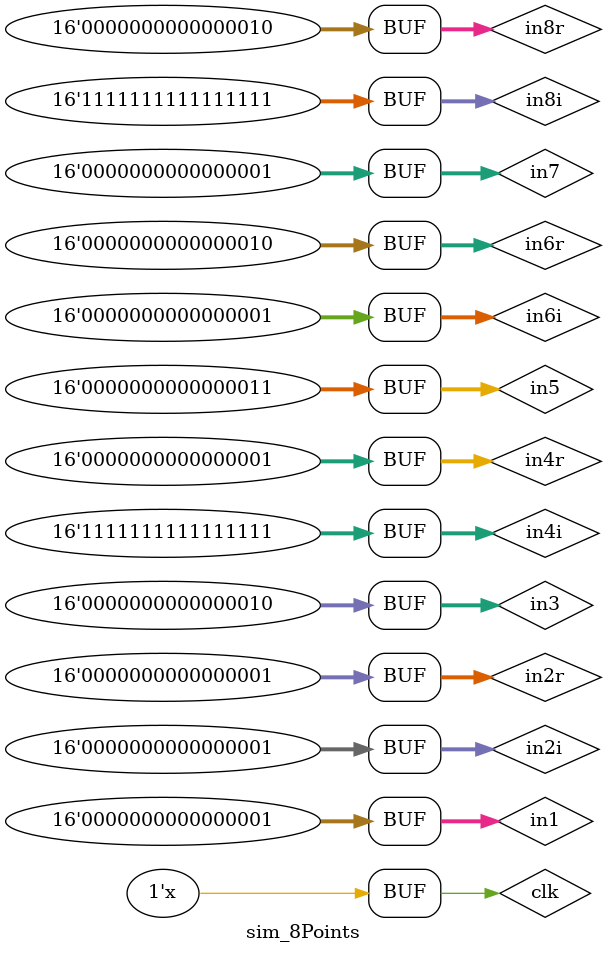
<source format=v>
`timescale 1ns / 1ps


module sim_8Points;


reg clk;
reg [15:0] in1, in2r, in2i, in3, in4r, in4i, in5, in6r, in6i, in7, in8r, in8i;
wire [15:0] out1r, out1i, out2r, out2i, out3r, out3i, out4r, out4i,out5r, out5i, out6r, out6i, out7r, out7i, out8r, out8i ;

Eight_Point_FFT u1 (clk, in1, in2r, in2i, in3, in4r, in4i, in5, in6r, in6i, in7, in8r, in8i,out1r, out1i, out2r, out2i, out3r, out3i, out4r, out4i,out5r, out5i, out6r, out6i, out7r, out7i, out8r, out8i );

initial 
begin 
clk = 0;
in1 = 1;
in2r = 1;
in2i = 1;
in3 = 2;
in4r = 1;
in4i = -1;
in5 = 3;
in6r = 2;
in6i = 1;
in7 = 1;
in8r = 2;
in8i = -1;
end 

always #5 clk = ~clk;

endmodule

</source>
